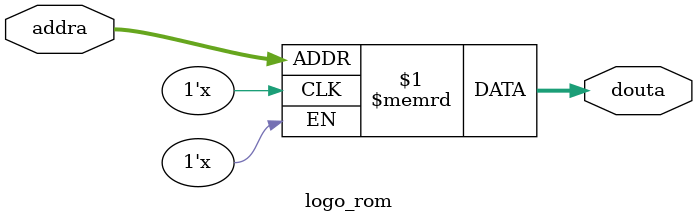
<source format=v>
module logo_rom(
      //input            clka, // input wire clka
      input    [11:0]  addra, // input wire [11 : 0] addra
      output   [11:0]  douta  // output wire [11 : 0] douta
      );
      
      parameter ram_size = 4096; 
      (* ram_init_file = "D:/source/quartus/exp09_3_2/red.mif" *) reg [11:0] ram[ram_size-1:0];
      
      assign douta = ram[addra];
      
endmodule

</source>
